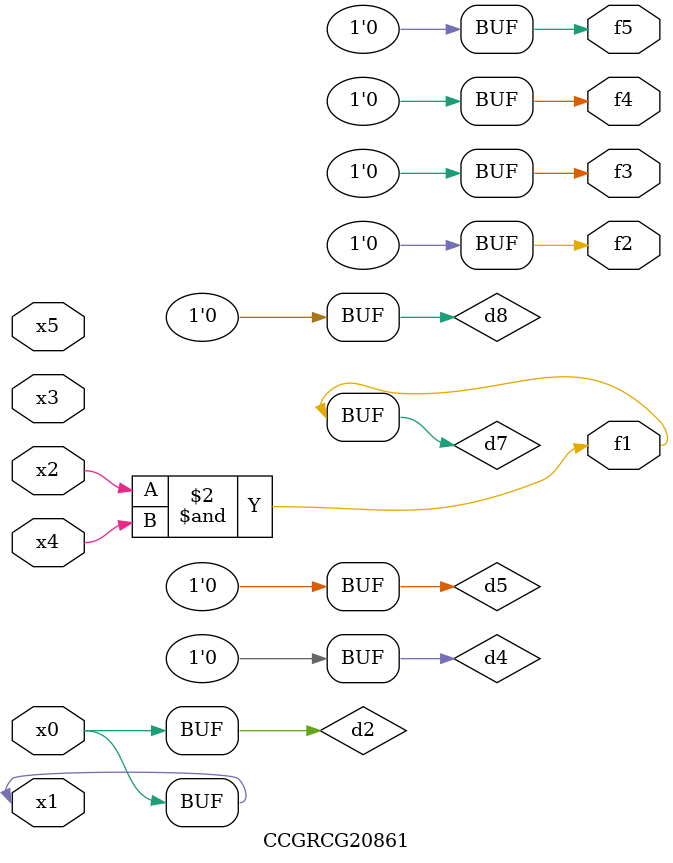
<source format=v>
module CCGRCG20861(
	input x0, x1, x2, x3, x4, x5,
	output f1, f2, f3, f4, f5
);

	wire d1, d2, d3, d4, d5, d6, d7, d8, d9;

	nand (d1, x1);
	buf (d2, x0, x1);
	nand (d3, x2, x4);
	and (d4, d1, d2);
	and (d5, d1, d2);
	nand (d6, d1, d3);
	not (d7, d3);
	xor (d8, d5);
	nor (d9, d5, d6);
	assign f1 = d7;
	assign f2 = d8;
	assign f3 = d8;
	assign f4 = d8;
	assign f5 = d8;
endmodule

</source>
